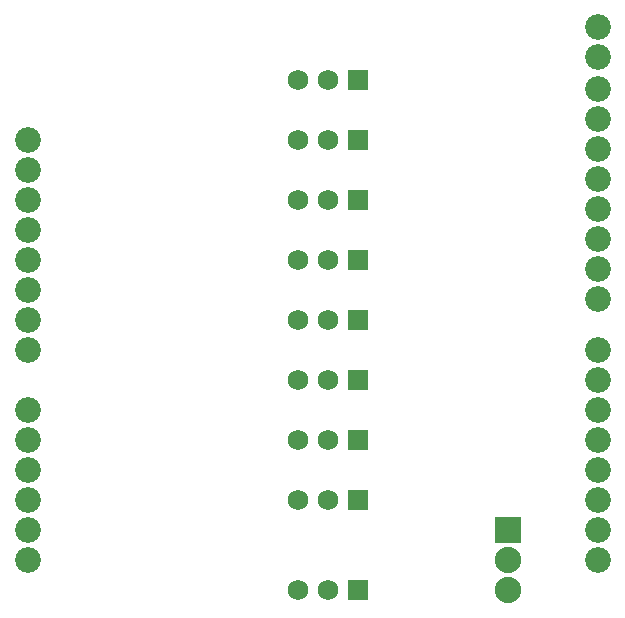
<source format=gbs>
G04 MADE WITH FRITZING*
G04 WWW.FRITZING.ORG*
G04 DOUBLE SIDED*
G04 HOLES PLATED*
G04 CONTOUR ON CENTER OF CONTOUR VECTOR*
%ASAXBY*%
%FSLAX23Y23*%
%MOIN*%
%OFA0B0*%
%SFA1.0B1.0*%
%ADD10C,0.085833*%
%ADD11C,0.069000*%
%ADD12C,0.088000*%
%ADD13R,0.069000X0.069000*%
%ADD14R,0.088000X0.088000*%
%LNMASK0*%
G90*
G70*
G54D10*
X2049Y2140D03*
X2049Y2040D03*
X2049Y1933D03*
X2049Y1833D03*
X2049Y1733D03*
X2049Y1633D03*
X2049Y1533D03*
X2049Y1433D03*
X2049Y1333D03*
X2049Y1233D03*
X2049Y1063D03*
X2049Y963D03*
X2049Y863D03*
X2049Y763D03*
X2049Y663D03*
X2049Y563D03*
X2049Y463D03*
X2049Y363D03*
X149Y1763D03*
X149Y1663D03*
X149Y1563D03*
X149Y1463D03*
X149Y1363D03*
X149Y1263D03*
X149Y1163D03*
X149Y1063D03*
X149Y863D03*
X149Y763D03*
X149Y663D03*
X149Y563D03*
X149Y463D03*
X149Y363D03*
G54D11*
X1249Y563D03*
X1149Y563D03*
X1049Y563D03*
X1249Y763D03*
X1149Y763D03*
X1049Y763D03*
X1249Y963D03*
X1149Y963D03*
X1049Y963D03*
X1249Y1163D03*
X1149Y1163D03*
X1049Y1163D03*
X1249Y1363D03*
X1149Y1363D03*
X1049Y1363D03*
X1249Y1563D03*
X1149Y1563D03*
X1049Y1563D03*
X1249Y263D03*
X1149Y263D03*
X1049Y263D03*
X1249Y1763D03*
X1149Y1763D03*
X1049Y1763D03*
X1249Y1963D03*
X1149Y1963D03*
X1049Y1963D03*
G54D12*
X1749Y463D03*
X1749Y363D03*
X1749Y263D03*
G54D13*
X1249Y563D03*
X1249Y763D03*
X1249Y963D03*
X1249Y1163D03*
X1249Y1363D03*
X1249Y1563D03*
X1249Y263D03*
X1249Y1763D03*
X1249Y1963D03*
G54D14*
X1749Y463D03*
G04 End of Mask0*
M02*
</source>
